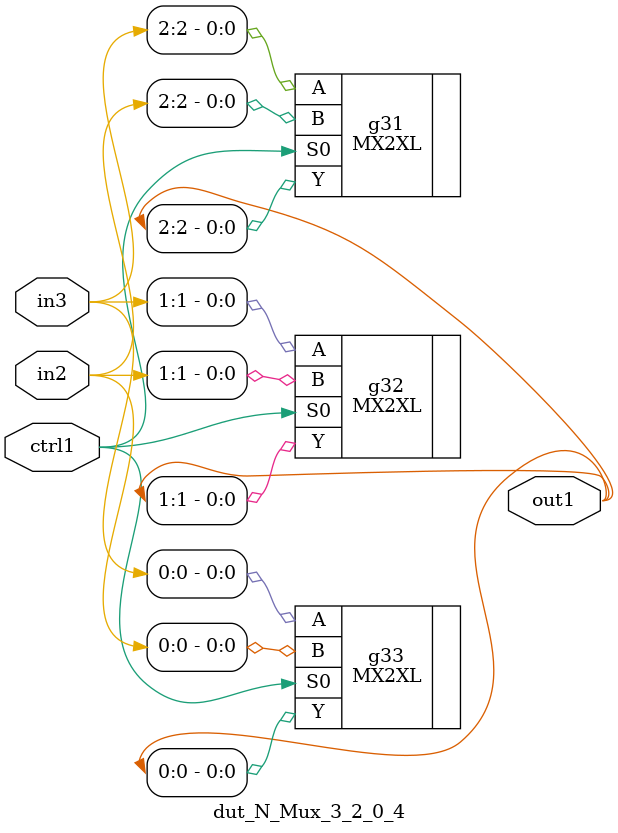
<source format=v>
`timescale 1ps / 1ps


module dut_N_Mux_3_2_0_4(in3, in2, ctrl1, out1);
  input [2:0] in3, in2;
  input ctrl1;
  output [2:0] out1;
  wire [2:0] in3, in2;
  wire ctrl1;
  wire [2:0] out1;
  MX2XL g31(.A (in3[2]), .B (in2[2]), .S0 (ctrl1), .Y (out1[2]));
  MX2XL g32(.A (in3[1]), .B (in2[1]), .S0 (ctrl1), .Y (out1[1]));
  MX2XL g33(.A (in3[0]), .B (in2[0]), .S0 (ctrl1), .Y (out1[0]));
endmodule



</source>
